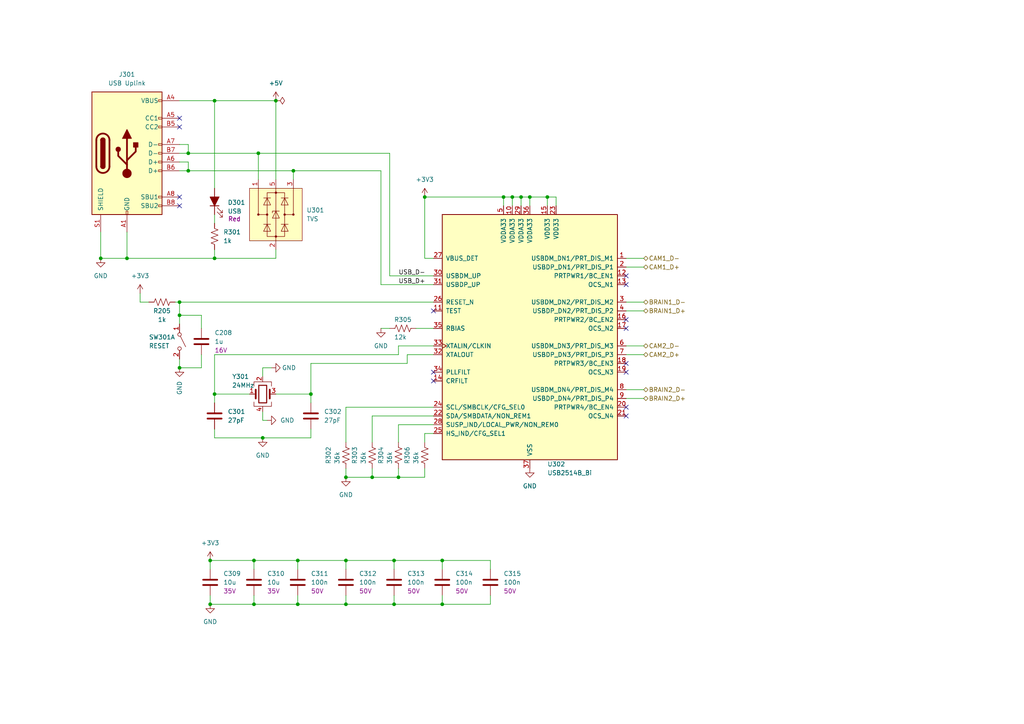
<source format=kicad_sch>
(kicad_sch (version 20230121) (generator eeschema)
  (paper "A4")
  (lib_symbols
    (symbol "Connector:USB_C_Receptacle_USB2.0" (pin_names (offset 1.016))
      (property "Reference" "J" (at -10.16 19.05 0))
      (property "Value" "USB_C_Receptacle_USB2.0" (at 19.05 19.05 0))
      (symbol "USB_C_Receptacle_USB2.0_0_0"
        (rectangle (start -0.254 -17.78) (end 0.254 -16.764))
        (rectangle (start 10.16 -14.986) (end 9.144 -15.494))
        (rectangle (start 10.16 -12.446) (end 9.144 -12.954))
        (rectangle (start 10.16 -4.826) (end 9.144 -5.334))
        (rectangle (start 10.16 -2.286) (end 9.144 -2.794))
        (rectangle (start 10.16 0.254) (end 9.144 -0.254))
        (rectangle (start 10.16 2.794) (end 9.144 2.286))
        (rectangle (start 10.16 7.874) (end 9.144 7.366))
        (rectangle (start 10.16 10.414) (end 9.144 9.906))
        (rectangle (start 10.16 15.494) (end 9.144 14.986))
      )
      (symbol "USB_C_Receptacle_USB2.0_0_1"
        (rectangle (start -10.16 17.78) (end 10.16 -17.78) (stroke (width 0.254)) (fill (type background)))
        (arc (start -8.89 -3.81) (mid -6.985 -5.7067) (end -5.08 -3.81) (stroke (width 0.508)))
        (arc (start -7.62 -3.81) (mid -6.985 -4.4423) (end -6.35 -3.81) (stroke (width 0.254)))
        (arc (start -7.62 -3.81) (mid -6.985 -4.4423) (end -6.35 -3.81) (stroke (width 0.254)) (fill (type outline)))
        (rectangle (start -7.62 -3.81) (end -6.35 3.81) (stroke (width 0.254)) (fill (type outline)))
        (arc (start -6.35 3.81) (mid -6.985 4.4423) (end -7.62 3.81) (stroke (width 0.254)))
        (arc (start -6.35 3.81) (mid -6.985 4.4423) (end -7.62 3.81) (stroke (width 0.254)) (fill (type outline)))
        (arc (start -5.08 3.81) (mid -6.985 5.7067) (end -8.89 3.81) (stroke (width 0.508)))
        (circle (center -2.54 1.143) (radius 0.635) (stroke (width 0.254)) (fill (type outline)))
        (circle (center 0 -5.842) (radius 1.27) (fill (type outline)))
        (polyline (pts (xy -8.89 -3.81) (xy -8.89 3.81)) (stroke (width 0.508)))
        (polyline (pts (xy -5.08 3.81) (xy -5.08 -3.81)) (stroke (width 0.508)))
        (polyline (pts (xy 0 -5.842) (xy 0 4.318)) (stroke (width 0.508)))
        (polyline (pts (xy 0 -3.302) (xy -2.54 -0.762) (xy -2.54 0.508)) (stroke (width 0.508)))
        (polyline (pts (xy 0 -2.032) (xy 2.54 0.508) (xy 2.54 1.778)) (stroke (width 0.508)))
        (polyline (pts (xy -1.27 4.318) (xy 0 6.858) (xy 1.27 4.318) (xy -1.27 4.318)) (stroke (width 0.254)) (fill (type outline)))
        (rectangle (start 1.905 1.778) (end 3.175 3.048) (stroke (width 0.254)) (fill (type outline)))
      )
      (symbol "USB_C_Receptacle_USB2.0_1_1"
        (pin passive line (at 0 -22.86 90) (length 5.08) (name "GND") (number "A1"))
        (pin passive line (at 0 -22.86 90) (length 5.08) hide (name "GND") (number "A12"))
        (pin passive line (at 15.24 15.24 180) (length 5.08) (name "VBUS") (number "A4"))
        (pin bidirectional line (at 15.24 10.16 180) (length 5.08) (name "CC1") (number "A5"))
        (pin bidirectional line (at 15.24 -2.54 180) (length 5.08) (name "D+") (number "A6"))
        (pin bidirectional line (at 15.24 2.54 180) (length 5.08) (name "D-") (number "A7"))
        (pin bidirectional line (at 15.24 -12.7 180) (length 5.08) (name "SBU1") (number "A8"))
        (pin passive line (at 15.24 15.24 180) (length 5.08) hide (name "VBUS") (number "A9"))
        (pin passive line (at 0 -22.86 90) (length 5.08) hide (name "GND") (number "B1"))
        (pin passive line (at 0 -22.86 90) (length 5.08) hide (name "GND") (number "B12"))
        (pin passive line (at 15.24 15.24 180) (length 5.08) hide (name "VBUS") (number "B4"))
        (pin bidirectional line (at 15.24 7.62 180) (length 5.08) (name "CC2") (number "B5"))
        (pin bidirectional line (at 15.24 -5.08 180) (length 5.08) (name "D+") (number "B6"))
        (pin bidirectional line (at 15.24 0 180) (length 5.08) (name "D-") (number "B7"))
        (pin bidirectional line (at 15.24 -15.24 180) (length 5.08) (name "SBU2") (number "B8"))
        (pin passive line (at 15.24 15.24 180) (length 5.08) hide (name "VBUS") (number "B9"))
        (pin passive line (at -7.62 -22.86 90) (length 5.08) (name "SHIELD") (number "S1"))
      )
    )
    (symbol "Device:C" (pin_numbers hide) (pin_names (offset 0.254))
      (property "Reference" "C" (at 0.635 2.54 0))
      (property "Value" "C" (at 0.635 -2.54 0))
      (symbol "C_0_1"
        (polyline (pts (xy -2.032 -0.762) (xy 2.032 -0.762)) (stroke (width 0.508)))
        (polyline (pts (xy -2.032 0.762) (xy 2.032 0.762)) (stroke (width 0.508)))
      )
      (symbol "C_1_1"
        (pin passive line (at 0 3.81 270) (length 2.794) (name "~") (number "1"))
        (pin passive line (at 0 -3.81 90) (length 2.794) (name "~") (number "2"))
      )
    )
    (symbol "Device:Crystal_GND24" (pin_names (offset 1.016) hide)
      (property "Reference" "Y" (at 3.175 5.08 0))
      (property "Value" "Crystal_GND24" (at 3.175 3.175 0))
      (symbol "Crystal_GND24_0_1"
        (rectangle (start -1.143 2.54) (end 1.143 -2.54) (stroke (width 0.3048)))
        (polyline (pts (xy -2.54 0) (xy -2.032 0)))
        (polyline (pts (xy -2.032 -1.27) (xy -2.032 1.27)) (stroke (width 0.508)))
        (polyline (pts (xy 0 -3.81) (xy 0 -3.556)))
        (polyline (pts (xy 0 3.556) (xy 0 3.81)))
        (polyline (pts (xy 2.032 -1.27) (xy 2.032 1.27)) (stroke (width 0.508)))
        (polyline (pts (xy 2.032 0) (xy 2.54 0)))
        (polyline (pts (xy -2.54 -2.286) (xy -2.54 -3.556) (xy 2.54 -3.556) (xy 2.54 -2.286)))
        (polyline (pts (xy -2.54 2.286) (xy -2.54 3.556) (xy 2.54 3.556) (xy 2.54 2.286)))
      )
      (symbol "Crystal_GND24_1_1"
        (pin passive line (at -3.81 0 0) (length 1.27) (name "1") (number "1"))
        (pin passive line (at 0 5.08 270) (length 1.27) (name "2") (number "2"))
        (pin passive line (at 3.81 0 180) (length 1.27) (name "3") (number "3"))
        (pin passive line (at 0 -5.08 90) (length 1.27) (name "4") (number "4"))
      )
    )
    (symbol "Device:LED_Filled" (pin_numbers hide) (pin_names (offset 1.016) hide)
      (property "Reference" "D" (at 0 2.54 0))
      (property "Value" "LED_Filled" (at 0 -2.54 0))
      (symbol "LED_Filled_0_1"
        (polyline (pts (xy -1.27 -1.27) (xy -1.27 1.27)) (stroke (width 0.254)))
        (polyline (pts (xy -1.27 0) (xy 1.27 0)))
        (polyline (pts (xy 1.27 -1.27) (xy 1.27 1.27) (xy -1.27 0) (xy 1.27 -1.27)) (stroke (width 0.254)) (fill (type outline)))
        (polyline (pts (xy -3.048 -0.762) (xy -4.572 -2.286) (xy -3.81 -2.286) (xy -4.572 -2.286) (xy -4.572 -1.524)))
        (polyline (pts (xy -1.778 -0.762) (xy -3.302 -2.286) (xy -2.54 -2.286) (xy -3.302 -2.286) (xy -3.302 -1.524)))
      )
      (symbol "LED_Filled_1_1"
        (pin passive line (at -3.81 0 0) (length 2.54) (name "K") (number "1"))
        (pin passive line (at 3.81 0 180) (length 2.54) (name "A") (number "2"))
      )
    )
    (symbol "Device:R_US" (pin_numbers hide) (pin_names (offset 0))
      (property "Reference" "R" (at 2.54 0 90))
      (property "Value" "R_US" (at -2.54 0 90))
      (symbol "R_US_0_1"
        (polyline (pts (xy 0 -2.286) (xy 0 -2.54)))
        (polyline (pts (xy 0 2.286) (xy 0 2.54)))
        (polyline (pts (xy 0 -0.762) (xy 1.016 -1.143) (xy 0 -1.524) (xy -1.016 -1.905) (xy 0 -2.286)))
        (polyline (pts (xy 0 0.762) (xy 1.016 0.381) (xy 0 0) (xy -1.016 -0.381) (xy 0 -0.762)))
        (polyline (pts (xy 0 2.286) (xy 1.016 1.905) (xy 0 1.524) (xy -1.016 1.143) (xy 0 0.762)))
      )
      (symbol "R_US_1_1"
        (pin passive line (at 0 3.81 270) (length 1.27) (name "~") (number "1"))
        (pin passive line (at 0 -3.81 90) (length 1.27) (name "~") (number "2"))
      )
    )
    (symbol "Droid:TVS" (pin_names hide)
      (property "Reference" "U" (at 8.89 1.27 0))
      (property "Value" "TVS" (at 8.89 -1.27 0))
      (symbol "TVS_0_1"
        (circle (center -5.08 0) (radius 0.254) (fill (type outline)))
        (circle (center -2.5303 -0.017) (radius 0.254) (fill (type outline)))
        (rectangle (start -2.5303 6.333) (end 2.5497 -6.367))
        (polyline (pts (xy -1.5143 -2.811) (xy -3.5463 -2.811)))
        (polyline (pts (xy -1.5143 4.809) (xy -3.5463 4.809)))
        (polyline (pts (xy 0 -7.62) (xy 0 -6.35)))
        (polyline (pts (xy 0 6.35) (xy 0 7.62)))
        (polyline (pts (xy 0.0097 -6.367) (xy 0.0097 1.253)))
        (polyline (pts (xy 0.0097 1.253) (xy 0.0097 6.333)))
        (polyline (pts (xy 1.5337 -2.811) (xy 3.5657 -2.811)))
        (polyline (pts (xy 1.5337 4.809) (xy 3.5657 4.809)))
        (polyline (pts (xy -2.54 0) (xy -5.08 0) (xy -5.08 7.62)))
        (polyline (pts (xy 2.54 0) (xy 5.08 0) (xy 5.08 7.62)))
        (polyline (pts (xy -3.5463 -4.843) (xy -1.5143 -4.843) (xy -2.5303 -2.811) (xy -3.5463 -4.843)))
        (polyline (pts (xy -3.5463 2.777) (xy -1.5143 2.777) (xy -2.5303 4.809) (xy -3.5463 2.777)))
        (polyline (pts (xy -1.0063 -1.033) (xy 1.0257 -1.033) (xy 0.0097 0.999) (xy -1.0063 -1.033)))
        (polyline (pts (xy 1.0257 0.999) (xy 0.7717 0.999) (xy -1.0063 0.999) (xy -1.0063 0.491)))
        (polyline (pts (xy 3.5657 -4.843) (xy 1.5337 -4.843) (xy 2.5497 -2.811) (xy 3.5657 -4.843)))
        (polyline (pts (xy 3.5657 2.777) (xy 1.5337 2.777) (xy 2.5497 4.809) (xy 3.5657 2.777)))
        (circle (center 0.0097 -6.367) (radius 0.254) (fill (type outline)))
        (circle (center 0.0097 6.333) (radius 0.254) (fill (type outline)))
        (circle (center 2.5497 -0.017) (radius 0.254) (fill (type outline)))
        (circle (center 5.08 0) (radius 0.254) (fill (type outline)))
      )
      (symbol "TVS_1_1"
        (rectangle (start -7.62 7.62) (end 7.62 -7.62) (fill (type background)))
        (pin passive line (at -5.08 10.16 270) (length 2.54) (name "D-") (number "1"))
        (pin passive line (at 0 -10.16 90) (length 2.54) (name "GND") (number "2"))
        (pin passive line (at 5.08 10.16 270) (length 2.54) (name "D+") (number "3"))
        (pin passive line (at 5.08 10.16 270) (length 2.54) hide (name "D+") (number "4"))
        (pin passive line (at 0 10.16 270) (length 2.54) (name "VBUS") (number "5"))
        (pin passive line (at -5.08 10.16 270) (length 2.54) hide (name "D-") (number "6"))
      )
    )
    (symbol "Interface_USB:USB2514B_Bi" (pin_names (offset 1.016))
      (property "Reference" "U" (at -17.78 40.64 0))
      (property "Value" "USB2514B_Bi" (at -20.32 38.1 0))
      (symbol "USB2514B_Bi_0_1"
        (rectangle (start -25.4 35.56) (end 25.4 -35.56) (stroke (width 0.254)) (fill (type background)))
      )
      (symbol "USB2514B_Bi_1_1"
        (pin bidirectional line (at 27.94 22.86 180) (length 2.54) (name "USBDM_DN1/PRT_DIS_M1") (number "1"))
        (pin power_in line (at -5.08 38.1 270) (length 2.54) (name "VDDA33") (number "10"))
        (pin input line (at -27.94 7.62 0) (length 2.54) (name "TEST") (number "11"))
        (pin bidirectional line (at 27.94 17.78 180) (length 2.54) (name "PRTPWR1/BC_EN1") (number "12"))
        (pin input line (at 27.94 15.24 180) (length 2.54) (name "OCS_N1") (number "13"))
        (pin input line (at -27.94 -12.7 0) (length 2.54) (name "CRFILT") (number "14"))
        (pin power_in line (at 5.08 38.1 270) (length 2.54) (name "VDD33") (number "15"))
        (pin bidirectional line (at 27.94 5.08 180) (length 2.54) (name "PRTPWR2/BC_EN2") (number "16"))
        (pin input line (at 27.94 2.54 180) (length 2.54) (name "OCS_N2") (number "17"))
        (pin bidirectional line (at 27.94 -7.62 180) (length 2.54) (name "PRTPWR3/BC_EN3") (number "18"))
        (pin input line (at 27.94 -10.16 180) (length 2.54) (name "OCS_N3") (number "19"))
        (pin bidirectional line (at 27.94 20.32 180) (length 2.54) (name "USBDP_DN1/PRT_DIS_P1") (number "2"))
        (pin bidirectional line (at 27.94 -20.32 180) (length 2.54) (name "PRTPWR4/BC_EN4") (number "20"))
        (pin input line (at 27.94 -22.86 180) (length 2.54) (name "OCS_N4") (number "21"))
        (pin bidirectional line (at -27.94 -22.86 0) (length 2.54) (name "SDA/SMBDATA/NON_REM1") (number "22"))
        (pin power_in line (at 7.62 38.1 270) (length 2.54) (name "VDD33") (number "23"))
        (pin bidirectional line (at -27.94 -20.32 0) (length 2.54) (name "SCL/SMBCLK/CFG_SEL0") (number "24"))
        (pin bidirectional line (at -27.94 -27.94 0) (length 2.54) (name "HS_IND/CFG_SEL1") (number "25"))
        (pin input line (at -27.94 10.16 0) (length 2.54) (name "RESET_N") (number "26"))
        (pin input line (at -27.94 22.86 0) (length 2.54) (name "VBUS_DET") (number "27"))
        (pin bidirectional line (at -27.94 -25.4 0) (length 2.54) (name "SUSP_IND/LOCAL_PWR/NON_REM0") (number "28"))
        (pin power_in line (at -2.54 38.1 270) (length 2.54) (name "VDDA33") (number "29"))
        (pin bidirectional line (at 27.94 10.16 180) (length 2.54) (name "USBDM_DN2/PRT_DIS_M2") (number "3"))
        (pin bidirectional line (at -27.94 17.78 0) (length 2.54) (name "USBDM_UP") (number "30"))
        (pin bidirectional line (at -27.94 15.24 0) (length 2.54) (name "USBDP_UP") (number "31"))
        (pin output line (at -27.94 -5.08 0) (length 2.54) (name "XTALOUT") (number "32"))
        (pin input clock (at -27.94 -2.54 0) (length 2.54) (name "XTALIN/CLKIN") (number "33"))
        (pin input line (at -27.94 -10.16 0) (length 2.54) (name "PLLFILT") (number "34"))
        (pin input line (at -27.94 2.54 0) (length 2.54) (name "RBIAS") (number "35"))
        (pin power_in line (at 0 38.1 270) (length 2.54) (name "VDDA33") (number "36"))
        (pin power_in line (at 0 -38.1 90) (length 2.54) (name "VSS") (number "37"))
        (pin bidirectional line (at 27.94 7.62 180) (length 2.54) (name "USBDP_DN2/PRT_DIS_P2") (number "4"))
        (pin power_in line (at -7.62 38.1 270) (length 2.54) (name "VDDA33") (number "5"))
        (pin bidirectional line (at 27.94 -2.54 180) (length 2.54) (name "USBDM_DN3/PRT_DIS_M3") (number "6"))
        (pin bidirectional line (at 27.94 -5.08 180) (length 2.54) (name "USBDP_DN3/PRT_DIS_P3") (number "7"))
        (pin bidirectional line (at 27.94 -15.24 180) (length 2.54) (name "USBDM_DN4/PRT_DIS_M4") (number "8"))
        (pin bidirectional line (at 27.94 -17.78 180) (length 2.54) (name "USBDP_DN4/PRT_DIS_P4") (number "9"))
      )
    )
    (symbol "Switch:SW_DPST_x2" (pin_names (offset 0) hide)
      (property "Reference" "SW" (at 0 3.175 0))
      (property "Value" "SW_DPST_x2" (at 0 -2.54 0))
      (symbol "SW_DPST_x2_0_0"
        (circle (center -2.032 0) (radius 0.508))
        (polyline (pts (xy -1.524 0.254) (xy 1.524 1.778)))
        (circle (center 2.032 0) (radius 0.508))
      )
      (symbol "SW_DPST_x2_1_1"
        (pin passive line (at -5.08 0 0) (length 2.54) (name "A") (number "1"))
        (pin passive line (at 5.08 0 180) (length 2.54) (name "B") (number "2"))
      )
      (symbol "SW_DPST_x2_2_1"
        (pin passive line (at -5.08 0 0) (length 2.54) (name "A") (number "3"))
        (pin passive line (at 5.08 0 180) (length 2.54) (name "B") (number "4"))
      )
    )
    (symbol "power:+3V3" (power) (pin_names (offset 0))
      (property "Value" "+3V3" (at 0 3.556 0))
      (symbol "+3V3_0_1"
        (polyline (pts (xy -0.762 1.27) (xy 0 2.54)))
        (polyline (pts (xy 0 0) (xy 0 2.54)))
        (polyline (pts (xy 0 2.54) (xy 0.762 1.27)))
      )
      (symbol "+3V3_1_1"
        (pin power_in line (at 0 0 90) (length 0) hide (name "+3V3") (number "1"))
      )
    )
    (symbol "power:+5V" (power) (pin_names (offset 0))
      (property "Value" "+5V" (at 0 3.556 0))
      (symbol "+5V_0_1"
        (polyline (pts (xy -0.762 1.27) (xy 0 2.54)))
        (polyline (pts (xy 0 0) (xy 0 2.54)))
        (polyline (pts (xy 0 2.54) (xy 0.762 1.27)))
      )
      (symbol "+5V_1_1"
        (pin power_in line (at 0 0 90) (length 0) hide (name "+5V") (number "1"))
      )
    )
    (symbol "power:GND" (power) (pin_names (offset 0))
      (property "Value" "GND" (at 0 -3.81 0))
      (symbol "GND_0_1"
        (polyline (pts (xy 0 0) (xy 0 -1.27) (xy 1.27 -1.27) (xy 0 -2.54) (xy -1.27 -1.27) (xy 0 -1.27)))
      )
      (symbol "GND_1_1"
        (pin power_in line (at 0 0 270) (length 0) hide (name "GND") (number "1"))
      )
    )
    (symbol "power:PWR_FLAG" (power) (pin_numbers hide) (pin_names (offset 0) hide)
      (property "Value" "PWR_FLAG" (at 0 3.81 0))
      (symbol "PWR_FLAG_0_0"
        (pin power_out line (at 0 0 90) (length 0) (name "pwr") (number "1"))
      )
      (symbol "PWR_FLAG_0_1"
        (polyline (pts (xy 0 0) (xy 0 1.27) (xy -1.016 1.905) (xy 0 2.54) (xy 1.016 1.905) (xy 0 1.27)))
      )
    )
  )
  (junction (at 100.33 175.26))
  (junction (at 86.36 162.56))
  (junction (at 52.07 91.44))
  (junction (at 73.66 175.26))
  (junction (at 29.21 74.93))
  (junction (at 54.61 44.45))
  (junction (at 107.95 138.43))
  (junction (at 128.27 162.56))
  (junction (at 151.13 57.15))
  (junction (at 74.93 44.45))
  (junction (at 62.23 29.21))
  (junction (at 73.66 162.56))
  (junction (at 128.27 175.26))
  (junction (at 86.36 175.26))
  (junction (at 60.96 162.56))
  (junction (at 100.33 162.56))
  (junction (at 123.19 57.15))
  (junction (at 90.17 114.3))
  (junction (at 114.3 162.56))
  (junction (at 146.05 57.15))
  (junction (at 76.2 127))
  (junction (at 62.23 114.3))
  (junction (at 85.09 49.53))
  (junction (at 115.57 138.43))
  (junction (at 158.75 57.15))
  (junction (at 100.33 138.43))
  (junction (at 36.83 74.93))
  (junction (at 60.96 175.26))
  (junction (at 62.23 74.93))
  (junction (at 54.61 49.53))
  (junction (at 52.07 87.63))
  (junction (at 148.59 57.15))
  (junction (at 52.07 106.68))
  (junction (at 153.67 57.15))
  (junction (at 80.01 29.21))
  (junction (at 114.3 175.26))
  (no_connect (at 125.73 107.95))
  (no_connect (at 52.07 34.29))
  (no_connect (at 52.07 59.69))
  (no_connect (at 125.73 90.17))
  (no_connect (at 125.73 110.49))
  (no_connect (at 181.61 92.71))
  (no_connect (at 181.61 118.11))
  (no_connect (at 181.61 107.95))
  (no_connect (at 181.61 105.41))
  (no_connect (at 181.61 95.25))
  (no_connect (at 52.07 36.83))
  (no_connect (at 181.61 82.55))
  (no_connect (at 181.61 80.01))
  (no_connect (at 52.07 57.15))
  (no_connect (at 181.61 120.65))
  (wire (pts (xy 90.17 127) (xy 76.2 127)))
  (wire (pts (xy 125.73 118.11) (xy 100.33 118.11)))
  (wire (pts (xy 114.3 175.26) (xy 100.33 175.26)))
  (wire (pts (xy 80.01 74.93) (xy 62.23 74.93)))
  (wire (pts (xy 125.73 74.93) (xy 123.19 74.93)))
  (wire (pts (xy 90.17 124.46) (xy 90.17 127)))
  (wire (pts (xy 142.24 172.72) (xy 142.24 175.26)))
  (wire (pts (xy 151.13 57.15) (xy 153.67 57.15)))
  (wire (pts (xy 107.95 138.43) (xy 115.57 138.43)))
  (wire (pts (xy 181.61 100.33) (xy 186.69 100.33)))
  (wire (pts (xy 100.33 118.11) (xy 100.33 128.27)))
  (wire (pts (xy 115.57 102.87) (xy 62.23 102.87)))
  (wire (pts (xy 62.23 102.87) (xy 62.23 114.3)))
  (wire (pts (xy 110.49 82.55) (xy 110.49 49.53)))
  (wire (pts (xy 123.19 125.73) (xy 123.19 128.27)))
  (wire (pts (xy 40.64 85.09) (xy 40.64 87.63)))
  (wire (pts (xy 58.42 95.25) (xy 58.42 91.44)))
  (wire (pts (xy 76.2 106.68) (xy 76.2 109.22)))
  (wire (pts (xy 181.61 113.03) (xy 186.69 113.03)))
  (wire (pts (xy 100.33 175.26) (xy 86.36 175.26)))
  (wire (pts (xy 181.61 102.87) (xy 186.69 102.87)))
  (wire (pts (xy 115.57 135.89) (xy 115.57 138.43)))
  (wire (pts (xy 74.93 44.45) (xy 54.61 44.45)))
  (wire (pts (xy 62.23 29.21) (xy 62.23 54.61)))
  (wire (pts (xy 54.61 46.99) (xy 54.61 49.53)))
  (wire (pts (xy 128.27 175.26) (xy 142.24 175.26)))
  (wire (pts (xy 161.29 59.69) (xy 161.29 57.15)))
  (wire (pts (xy 60.96 165.1) (xy 60.96 162.56)))
  (wire (pts (xy 153.67 59.69) (xy 153.67 57.15)))
  (wire (pts (xy 123.19 74.93) (xy 123.19 57.15)))
  (wire (pts (xy 115.57 123.19) (xy 115.57 128.27)))
  (wire (pts (xy 85.09 52.07) (xy 85.09 49.53)))
  (wire (pts (xy 123.19 57.15) (xy 146.05 57.15)))
  (wire (pts (xy 151.13 59.69) (xy 151.13 57.15)))
  (wire (pts (xy 85.09 49.53) (xy 54.61 49.53)))
  (wire (pts (xy 90.17 114.3) (xy 90.17 116.84)))
  (wire (pts (xy 146.05 57.15) (xy 148.59 57.15)))
  (wire (pts (xy 52.07 91.44) (xy 52.07 93.98)))
  (wire (pts (xy 52.07 87.63) (xy 125.73 87.63)))
  (wire (pts (xy 52.07 46.99) (xy 54.61 46.99)))
  (wire (pts (xy 60.96 162.56) (xy 73.66 162.56)))
  (wire (pts (xy 181.61 74.93) (xy 186.69 74.93)))
  (wire (pts (xy 52.07 87.63) (xy 52.07 91.44)))
  (wire (pts (xy 29.21 67.31) (xy 29.21 74.93)))
  (wire (pts (xy 52.07 41.91) (xy 54.61 41.91)))
  (wire (pts (xy 86.36 162.56) (xy 73.66 162.56)))
  (wire (pts (xy 110.49 82.55) (xy 125.73 82.55)))
  (wire (pts (xy 62.23 114.3) (xy 62.23 116.84)))
  (wire (pts (xy 80.01 114.3) (xy 90.17 114.3)))
  (wire (pts (xy 128.27 165.1) (xy 128.27 162.56)))
  (wire (pts (xy 86.36 172.72) (xy 86.36 175.26)))
  (wire (pts (xy 78.74 106.68) (xy 76.2 106.68)))
  (wire (pts (xy 86.36 162.56) (xy 100.33 162.56)))
  (wire (pts (xy 58.42 106.68) (xy 52.07 106.68)))
  (wire (pts (xy 125.73 123.19) (xy 115.57 123.19)))
  (wire (pts (xy 181.61 90.17) (xy 186.69 90.17)))
  (wire (pts (xy 181.61 87.63) (xy 186.69 87.63)))
  (wire (pts (xy 62.23 62.23) (xy 62.23 64.77)))
  (wire (pts (xy 120.65 95.25) (xy 125.73 95.25)))
  (wire (pts (xy 58.42 102.87) (xy 58.42 106.68)))
  (wire (pts (xy 118.11 105.41) (xy 118.11 102.87)))
  (wire (pts (xy 50.8 87.63) (xy 52.07 87.63)))
  (wire (pts (xy 52.07 49.53) (xy 54.61 49.53)))
  (wire (pts (xy 153.67 57.15) (xy 158.75 57.15)))
  (wire (pts (xy 60.96 175.26) (xy 73.66 175.26)))
  (wire (pts (xy 36.83 74.93) (xy 62.23 74.93)))
  (wire (pts (xy 80.01 52.07) (xy 80.01 29.21)))
  (wire (pts (xy 114.3 162.56) (xy 100.33 162.56)))
  (wire (pts (xy 62.23 127) (xy 76.2 127)))
  (wire (pts (xy 115.57 102.87) (xy 115.57 100.33)))
  (wire (pts (xy 100.33 135.89) (xy 100.33 138.43)))
  (wire (pts (xy 110.49 49.53) (xy 85.09 49.53)))
  (wire (pts (xy 114.3 175.26) (xy 128.27 175.26)))
  (wire (pts (xy 125.73 120.65) (xy 107.95 120.65)))
  (wire (pts (xy 72.39 114.3) (xy 62.23 114.3)))
  (wire (pts (xy 100.33 172.72) (xy 100.33 175.26)))
  (wire (pts (xy 125.73 125.73) (xy 123.19 125.73)))
  (wire (pts (xy 181.61 115.57) (xy 186.69 115.57)))
  (wire (pts (xy 73.66 175.26) (xy 73.66 172.72)))
  (wire (pts (xy 128.27 162.56) (xy 114.3 162.56)))
  (wire (pts (xy 114.3 172.72) (xy 114.3 175.26)))
  (wire (pts (xy 146.05 59.69) (xy 146.05 57.15)))
  (wire (pts (xy 77.47 121.92) (xy 76.2 121.92)))
  (wire (pts (xy 158.75 57.15) (xy 158.75 59.69)))
  (wire (pts (xy 148.59 59.69) (xy 148.59 57.15)))
  (wire (pts (xy 62.23 29.21) (xy 52.07 29.21)))
  (wire (pts (xy 113.03 80.01) (xy 113.03 44.45)))
  (wire (pts (xy 142.24 162.56) (xy 128.27 162.56)))
  (wire (pts (xy 115.57 100.33) (xy 125.73 100.33)))
  (wire (pts (xy 36.83 67.31) (xy 36.83 74.93)))
  (wire (pts (xy 52.07 44.45) (xy 54.61 44.45)))
  (wire (pts (xy 76.2 121.92) (xy 76.2 119.38)))
  (wire (pts (xy 73.66 175.26) (xy 86.36 175.26)))
  (wire (pts (xy 60.96 172.72) (xy 60.96 175.26)))
  (wire (pts (xy 107.95 120.65) (xy 107.95 128.27)))
  (wire (pts (xy 123.19 138.43) (xy 115.57 138.43)))
  (wire (pts (xy 113.03 80.01) (xy 125.73 80.01)))
  (wire (pts (xy 161.29 57.15) (xy 158.75 57.15)))
  (wire (pts (xy 62.23 74.93) (xy 62.23 72.39)))
  (wire (pts (xy 29.21 74.93) (xy 36.83 74.93)))
  (wire (pts (xy 86.36 165.1) (xy 86.36 162.56)))
  (wire (pts (xy 142.24 165.1) (xy 142.24 162.56)))
  (wire (pts (xy 123.19 135.89) (xy 123.19 138.43)))
  (wire (pts (xy 74.93 52.07) (xy 74.93 44.45)))
  (wire (pts (xy 80.01 29.21) (xy 62.23 29.21)))
  (wire (pts (xy 107.95 138.43) (xy 100.33 138.43)))
  (wire (pts (xy 52.07 104.14) (xy 52.07 106.68)))
  (wire (pts (xy 128.27 172.72) (xy 128.27 175.26)))
  (wire (pts (xy 90.17 105.41) (xy 90.17 114.3)))
  (wire (pts (xy 40.64 87.63) (xy 43.18 87.63)))
  (wire (pts (xy 110.49 95.25) (xy 113.03 95.25)))
  (wire (pts (xy 74.93 44.45) (xy 113.03 44.45)))
  (wire (pts (xy 62.23 124.46) (xy 62.23 127)))
  (wire (pts (xy 118.11 105.41) (xy 90.17 105.41)))
  (wire (pts (xy 80.01 72.39) (xy 80.01 74.93)))
  (wire (pts (xy 181.61 77.47) (xy 186.69 77.47)))
  (wire (pts (xy 54.61 41.91) (xy 54.61 44.45)))
  (wire (pts (xy 107.95 135.89) (xy 107.95 138.43)))
  (wire (pts (xy 148.59 57.15) (xy 151.13 57.15)))
  (wire (pts (xy 100.33 165.1) (xy 100.33 162.56)))
  (wire (pts (xy 73.66 162.56) (xy 73.66 165.1)))
  (wire (pts (xy 114.3 165.1) (xy 114.3 162.56)))
  (wire (pts (xy 118.11 102.87) (xy 125.73 102.87)))
  (wire (pts (xy 58.42 91.44) (xy 52.07 91.44)))
  (label "USB_D+" (at 115.57 82.55 0))
  (label "USB_D-" (at 115.57 80.01 0))
  (hierarchical_label "BRAIN1_D+" (shape bidirectional) (at 186.69 90.17 0))
  (hierarchical_label "CAM2_D+" (shape bidirectional) (at 186.69 102.87 0))
  (hierarchical_label "BRAIN2_D-" (shape bidirectional) (at 186.69 113.03 0))
  (hierarchical_label "CAM1_D-" (shape bidirectional) (at 186.69 74.93 0))
  (hierarchical_label "CAM2_D-" (shape bidirectional) (at 186.69 100.33 0))
  (hierarchical_label "CAM1_D+" (shape bidirectional) (at 186.69 77.47 0))
  (hierarchical_label "BRAIN2_D+" (shape bidirectional) (at 186.69 115.57 0))
  (hierarchical_label "BRAIN1_D-" (shape bidirectional) (at 186.69 87.63 0))
  (symbol (lib_id "Device:R_US") (at 62.23 68.58 0) (unit 1)
    (property "Reference" "R301" (at 64.77 67.31 0) (effects (justify left)))
    (property "Value" "1k" (at 64.77 69.85 0) (effects (justify left)))
    (property "Footprint" "Droid:R_0603_HandSolder" (effects hide))
    (property "Rating" "100mw" (effects hide))
    (property "mpn" "RMCF0603JT1K00" (effects hide))
    (instances (project "linkertron" (path "" (reference "R301") (unit 1))) (project "movertron" (path "" (reference "R405") (unit 1))))
  )
  (symbol (lib_id "Device:C") (at 62.23 120.65 0) (unit 1)
    (property "Reference" "C301" (at 66.04 119.38 0) (effects (justify left)))
    (property "Value" "27pF" (at 66.04 121.92 0) (effects (justify left)))
    (property "Footprint" "Droid:C_0603_HandSolder" (effects hide))
    (property "mpn" "C0603C270J5GAC7867" (effects hide))
  )
  (symbol (lib_id "Device:R_US") (at 100.33 132.08 0) (unit 1)
    (property "Reference" "R302" (at 95.25 134.62 90) (effects (justify left)))
    (property "Value" "36k" (at 97.79 134.62 90) (effects (justify left)))
    (property "Footprint" "Droid:R_0603_HandSolder" (effects hide))
    (property "mpn" "RMCF0603FT36K0" (effects hide))
  )
  (symbol (lib_id "Device:C") (at 100.33 168.91 0) (unit 1)
    (property "Reference" "C312" (at 104.14 166.37 0) (effects (justify left)))
    (property "Value" "100n" (at 104.14 168.91 0) (effects (justify left)))
    (property "Footprint" "Droid:C_0603_HandSolder" (effects hide))
    (property "mpn" "CL10B104KB8NNNC" (effects hide))
    (property "Rating" "50V" (at 104.14 171.45 0) (effects (justify left)))
    (instances (project "linkertron" (path "" (reference "C312") (unit 1))) (project "movertron" (path "" (reference "C206") (unit 1))))
  )
  (symbol (lib_id "Device:R_US") (at 107.95 132.08 0) (unit 1)
    (property "Reference" "R303" (at 102.87 134.62 90) (effects (justify left)))
    (property "Value" "36k" (at 105.41 134.62 90) (effects (justify left)))
    (property "Footprint" "Droid:R_0603_HandSolder" (effects hide))
    (property "mpn" "RMCF0603FT36K0" (effects hide))
  )
  (symbol (lib_id "power:GND") (at 60.96 175.26 0) (unit 1)
    (property "Reference" "#PWR0311" (effects hide))
    (property "Value" "GND" (at 60.96 180.34 0))
  )
  (symbol (lib_id "Device:Crystal_GND24") (at 76.2 114.3 0) (unit 1)
    (property "Reference" "Y301" (at 67.31 109.22 0) (effects (justify left)))
    (property "Value" "24MHz" (at 67.31 111.76 0) (effects (justify left)))
    (property "Footprint" "Crystal:Crystal_SMD_5032-4Pin_5.0x3.2mm" (effects hide))
    (property "Datasheet" "https://ecsxtal.com/store/pdf/ecx_53b.pdf" (effects hide))
    (property "mpn" "ECS-240-20-30B-TR" (effects hide))
  )
  (symbol (lib_id "Droid:TVS") (at 80.01 62.23 0) (unit 1)
    (property "Reference" "U301" (at 88.9 60.96 0) (effects (justify left)))
    (property "Value" "TVS" (at 88.9 63.5 0) (effects (justify left)))
    (property "Footprint" "Package_TO_SOT_SMD:SOT-23-6" (effects hide))
    (property "Datasheet" "https://www.st.com/resource/en/datasheet/usblc6-2.pdf" (effects hide))
    (property "mpn" "USBLC6-2SC6" (effects hide))
  )
  (symbol (lib_id "power:GND") (at 29.21 74.93 0) (unit 1)
    (property "Reference" "#PWR0301" (effects hide))
    (property "Value" "GND" (at 29.21 80.01 0))
  )
  (symbol (lib_id "power:+5V") (at 80.01 29.21 0) (unit 1)
    (property "Reference" "#PWR0303" (effects hide))
    (property "Value" "+5V" (at 80.01 24.13 0))
  )
  (symbol (lib_id "power:GND") (at 76.2 127 0) (unit 1)
    (property "Reference" "#PWR0302" (effects hide))
    (property "Value" "GND" (at 76.2 132.08 0))
  )
  (symbol (lib_id "Device:LED_Filled") (at 62.23 58.42 90) (unit 1)
    (property "Reference" "D301" (at 66.04 58.7375 90) (effects (justify right)))
    (property "Value" "USB" (at 66.04 61.2775 90) (effects (justify right)))
    (property "Footprint" "Droid:LED_0805_LiteOn" (effects hide))
    (property "mpn" "APT2012EC" (effects hide))
    (property "Rating" "Red" (at 69.85 63.5 90) (effects (justify left)))
    (instances (project "linkertron" (path "" (reference "D301") (unit 1))) (project "movertron" (path "" (reference "D405") (unit 1))))
  )
  (symbol (lib_id "power:GND") (at 78.74 106.68 90) (unit 1)
    (property "Reference" "#PWR0313" (effects hide))
    (property "Value" "GND" (at 83.82 106.68 90))
  )
  (symbol (lib_id "power:GND") (at 52.07 106.68 0) (unit 1)
    (property "Reference" "#PWR0309" (effects hide))
    (property "Value" "GND" (at 52.07 110.49 90) (effects (justify right)))
  )
  (symbol (lib_id "power:GND") (at 77.47 121.92 90) (unit 1)
    (property "Reference" "#PWR0312" (effects hide))
    (property "Value" "GND" (at 81.28 121.92 90) (effects (justify right)))
  )
  (symbol (lib_id "Device:C") (at 58.42 99.06 0) (unit 1)
    (property "Reference" "C208" (at 62.23 96.52 0) (effects (justify left)))
    (property "Value" "1u" (at 62.23 99.06 0) (effects (justify left)))
    (property "Footprint" "Droid:C_0603_HandSolder" (effects hide))
    (property "mpn" "CL10B105MO8NNWC" (effects hide))
    (property "Rating" "16V" (at 62.23 101.6 0) (effects (justify left)))
    (instances (project "linkertron" (path "" (reference "C208") (unit 1)) (path "" (reference "C303") (unit 1))) (project "movertron" (path "" (reference "C207") (unit 1))))
  )
  (symbol (lib_id "Connector:USB_C_Receptacle_USB2.0") (at 36.83 44.45 0) (unit 1)
    (property "Reference" "J301" (at 36.83 21.59 0))
    (property "Value" "USB Uplink" (at 36.83 24.13 0))
    (property "Footprint" "Droid:USB_C_Receptacle_JAE_DX07S016JA1R1500" (effects hide))
    (property "Datasheet" "https://www.usb.org/sites/default/files/documents/usb_type-c.zip" (effects hide))
    (property "mpn" "DX07S016JA1R1500" (effects hide))
  )
  (symbol (lib_id "Device:C") (at 90.17 120.65 0) (unit 1)
    (property "Reference" "C302" (at 93.98 119.38 0) (effects (justify left)))
    (property "Value" "27pF" (at 93.98 121.92 0) (effects (justify left)))
    (property "Footprint" "Droid:C_0603_HandSolder" (effects hide))
    (property "mpn" "C0603C270J5GAC7867" (effects hide))
  )
  (symbol (lib_id "Device:R_US") (at 116.84 95.25 270) (unit 1)
    (property "Reference" "R305" (at 114.3 92.71 90) (effects (justify left)))
    (property "Value" "12k" (at 114.3 97.79 90) (effects (justify left)))
    (property "Footprint" "Droid:R_0603_HandSolder" (effects hide))
    (property "mpn" "RC0603JR-0712KL" (effects hide))
  )
  (symbol (lib_id "Device:R_US") (at 115.57 132.08 0) (unit 1)
    (property "Reference" "R304" (at 110.49 134.62 90) (effects (justify left)))
    (property "Value" "36k" (at 113.03 134.62 90) (effects (justify left)))
    (property "Footprint" "Droid:R_0603_HandSolder" (effects hide))
    (property "mpn" "RMCF0603FT36K0" (effects hide))
  )
  (symbol (lib_id "power:+3V3") (at 123.19 57.15 0) (unit 1)
    (property "Reference" "#PWR0306" (effects hide))
    (property "Value" "+3V3" (at 123.19 52.07 0))
  )
  (symbol (lib_id "Device:R_US") (at 46.99 87.63 90) (unit 1)
    (property "Reference" "R205" (at 46.99 90.17 90))
    (property "Value" "1k" (at 46.99 92.71 90))
    (property "Footprint" "Droid:R_0603_HandSolder" (effects hide))
    (property "mpn" "RMCF0603JT1K00" (effects hide))
    (property "Rating" "100mw" (effects hide))
    (instances (project "linkertron" (path "" (reference "R205") (unit 1)) (path "" (reference "R307") (unit 1))) (project "movertron" (path "" (reference "R204") (unit 1))))
  )
  (symbol (lib_id "power:+3V3") (at 40.64 85.09 0) (unit 1)
    (property "Reference" "#PWR0308" (effects hide))
    (property "Value" "+3V3" (at 40.64 80.01 0))
  )
  (symbol (lib_id "Device:C") (at 142.24 168.91 0) (unit 1)
    (property "Reference" "C315" (at 146.05 166.37 0) (effects (justify left)))
    (property "Value" "100n" (at 146.05 168.91 0) (effects (justify left)))
    (property "Footprint" "Droid:C_0603_HandSolder" (effects hide))
    (property "mpn" "CL10B104KB8NNNC" (effects hide))
    (property "Rating" "50V" (at 146.05 171.45 0) (effects (justify left)))
    (instances (project "linkertron" (path "" (reference "C315") (unit 1))) (project "movertron" (path "" (reference "C206") (unit 1))))
  )
  (symbol (lib_id "Device:C") (at 60.96 168.91 0) (unit 1)
    (property "Reference" "C309" (at 64.77 166.37 0) (effects (justify left)))
    (property "Value" "10u" (at 64.77 168.91 0) (effects (justify left)))
    (property "Footprint" "Droid:C_0603_HandSolder" (effects hide))
    (property "mpn" "GRM188R6YA106MA73D" (effects hide))
    (property "Rating" "35V" (at 64.77 171.45 0) (effects (justify left)))
    (instances (project "linkertron" (path "" (reference "C309") (unit 1))) (project "movertron" (path "" (reference "C203") (unit 1))))
  )
  (symbol (lib_id "Device:R_US") (at 123.19 132.08 0) (unit 1)
    (property "Reference" "R306" (at 118.11 134.62 90) (effects (justify left)))
    (property "Value" "36k" (at 120.65 134.62 90) (effects (justify left)))
    (property "Footprint" "Droid:R_0603_HandSolder" (effects hide))
    (property "mpn" "RMCF0603FT36K0" (effects hide))
  )
  (symbol (lib_id "power:PWR_FLAG") (at 80.01 29.21 270) (unit 1)
    (property "Reference" "#FLG0301" (effects hide))
    (property "Value" "PWR_FLAG" (effects hide))
  )
  (symbol (lib_id "power:GND") (at 100.33 138.43 0) (unit 1)
    (property "Reference" "#PWR0304" (effects hide))
    (property "Value" "GND" (at 100.33 143.51 0))
  )
  (symbol (lib_id "Device:C") (at 114.3 168.91 0) (unit 1)
    (property "Reference" "C313" (at 118.11 166.37 0) (effects (justify left)))
    (property "Value" "100n" (at 118.11 168.91 0) (effects (justify left)))
    (property "Footprint" "Droid:C_0603_HandSolder" (effects hide))
    (property "mpn" "CL10B104KB8NNNC" (effects hide))
    (property "Rating" "50V" (at 118.11 171.45 0) (effects (justify left)))
    (instances (project "linkertron" (path "" (reference "C313") (unit 1))) (project "movertron" (path "" (reference "C206") (unit 1))))
  )
  (symbol (lib_id "Device:C") (at 128.27 168.91 0) (unit 1)
    (property "Reference" "C314" (at 132.08 166.37 0) (effects (justify left)))
    (property "Value" "100n" (at 132.08 168.91 0) (effects (justify left)))
    (property "Footprint" "Droid:C_0603_HandSolder" (effects hide))
    (property "mpn" "CL10B104KB8NNNC" (effects hide))
    (property "Rating" "50V" (at 132.08 171.45 0) (effects (justify left)))
    (instances (project "linkertron" (path "" (reference "C314") (unit 1))) (project "movertron" (path "" (reference "C206") (unit 1))))
  )
  (symbol (lib_id "Device:C") (at 73.66 168.91 0) (unit 1)
    (property "Reference" "C310" (at 77.47 166.37 0) (effects (justify left)))
    (property "Value" "10u" (at 77.47 168.91 0) (effects (justify left)))
    (property "Footprint" "Droid:C_0603_HandSolder" (effects hide))
    (property "mpn" "GRM188R6YA106MA73D" (effects hide))
    (property "Rating" "35V" (at 77.47 171.45 0) (effects (justify left)))
    (instances (project "linkertron" (path "" (reference "C310") (unit 1))) (project "movertron" (path "" (reference "C203") (unit 1))))
  )
  (symbol (lib_id "Switch:SW_DPST_x2") (at 52.07 99.06 270) (unit 1)
    (property "Reference" "SW301" (at 43.18 97.79 90) (effects (justify left)))
    (property "Value" "RESET" (at 43.18 100.33 90) (effects (justify left)))
    (property "Footprint" "Droid:Tactile_Switch_4.2mm" (effects hide))
    (property "mpn" "PTS810 SJK 250 SMTR LFS" (effects hide))
  )
  (symbol (lib_id "power:+3V3") (at 60.96 162.56 0) (unit 1)
    (property "Reference" "#PWR0310" (effects hide))
    (property "Value" "+3V3" (at 60.96 157.48 0))
  )
  (symbol (lib_id "power:GND") (at 110.49 95.25 0) (unit 1)
    (property "Reference" "#PWR0305" (effects hide))
    (property "Value" "GND" (at 110.49 100.33 0))
  )
  (symbol (lib_id "power:GND") (at 153.67 135.89 0) (unit 1)
    (property "Reference" "#PWR0307" (effects hide))
    (property "Value" "GND" (at 153.67 140.97 0))
  )
  (symbol (lib_id "Device:C") (at 86.36 168.91 0) (unit 1)
    (property "Reference" "C311" (at 90.17 166.37 0) (effects (justify left)))
    (property "Value" "100n" (at 90.17 168.91 0) (effects (justify left)))
    (property "Footprint" "Droid:C_0603_HandSolder" (effects hide))
    (property "mpn" "CL10B104KB8NNNC" (effects hide))
    (property "Rating" "50V" (at 90.17 171.45 0) (effects (justify left)))
    (instances (project "linkertron" (path "" (reference "C311") (unit 1))) (project "movertron" (path "" (reference "C206") (unit 1))))
  )
  (symbol (lib_id "Interface_USB:USB2514B_Bi") (at 153.67 97.79 0) (unit 1)
    (property "Reference" "U302" (at 158.75 134.62 0) (effects (justify left)))
    (property "Value" "USB2514B_Bi" (at 158.75 137.16 0) (effects (justify left)))
    (property "Footprint" "Package_DFN_QFN:QFN-36-1EP_6x6mm_P0.5mm_EP3.7x3.7mm" (effects hide))
    (property "Datasheet" "http://ww1.microchip.com/downloads/en/DeviceDoc/00001692C.pdf" (effects hide))
    (property "mpn" "USB2514BI-AEZG-TR" (effects hide))
  )
)
</source>
